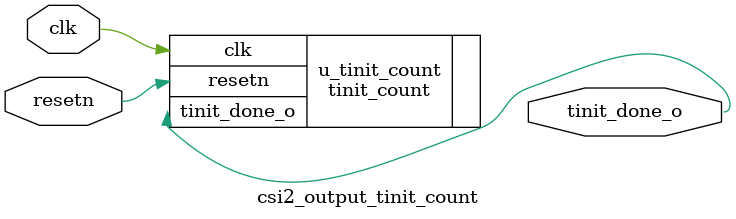
<source format=v>

module csi2_output_tinit_count (
input  wire clk,
input  wire resetn,
output wire tinit_done_o
);

tinit_count #(
  .TINIT_VALUE  (1000)
)
u_tinit_count (
  .clk          (clk),
  .resetn       (resetn),
  .tinit_done_o (tinit_done_o)
);

endmodule



</source>
